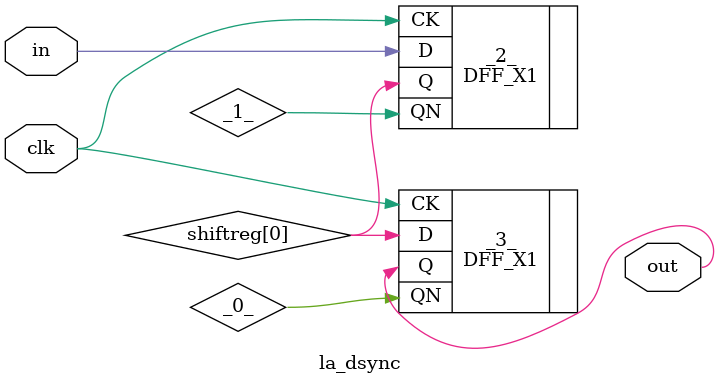
<source format=v>

/* Generated by Yosys 0.37 (git sha1 a5c7f69ed, clang 14.0.0-1ubuntu1.1 -fPIC -Os) */

module la_dsync(clk, in, out);
  wire _0_;
  wire _1_;
  input clk;
  wire clk;
  input in;
  wire in;
  output out;
  wire out;
  wire \shiftreg[0] ;
  DFF_X1 _2_ (
    .CK(clk),
    .D(in),
    .Q(\shiftreg[0] ),
    .QN(_1_)
  );
  DFF_X1 _3_ (
    .CK(clk),
    .D(\shiftreg[0] ),
    .Q(out),
    .QN(_0_)
  );
endmodule

</source>
